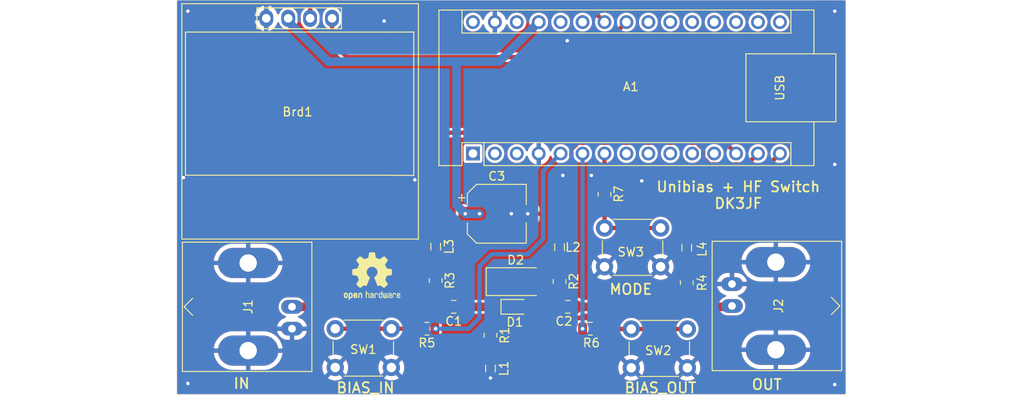
<source format=kicad_pcb>
(kicad_pcb (version 20240108) (generator "pcbnew") (generator_version "8.0")
  (layers (0 "F.Cu" signal) (31 "B.Cu" signal) (34 "B.Paste" user) (35 "F.Paste" user) (36 "B.SilkS" user "B.Silkscreen") (37 "F.SilkS" user "F.Silkscreen") (38 "B.Mask" user) (39 "F.Mask" user) (44 "Edge.Cuts" user))
  (net 0 "")
  (net 2 "Net-(A1-D12)")
  (net 4 "Net-(A1-D11)")
  (net 5 "GND")
  (net 6 "Net-(A1-D10)")
  (net 9 "Net-(A1-+5V)")
  (net 15 "Net-(A1-A5)")
  (net 17 "Net-(A1-A4)")
  (net 18 "Net-(A1-D4)")
  (net 20 "Net-(A1-D3)")
  (net 22 "Net-(A1-D2)")
  (net 30 "Net-(J1-In)")
  (net 31 "Net-(D1-K)")
  (net 32 "Net-(D1-A)")
  (net 33 "Net-(J2-In)")
  (net 34 "Net-(L1-Pad1)")
  (net 35 "Net-(L2-Pad2)")
  (net 36 "Net-(L3-Pad2)")
  (net 37 "Net-(L4-Pad2)")
  (net 38 "Net-(R5-Pad2)")
  (net 39 "Net-(R6-Pad2)")
  (net 40 "Net-(R7-Pad2)")
  (footprint "Diode_SMD:D_SOD-323" (layer "F.Cu") (at 159.8 96.52)
    (property "Reference" "D1" (at 0 1.778 0) (layer "F.SilkS"))
    (property "Value" "1SV307")
    (pad "1" smd roundrect (at -1.05 0) (size 0.6 0.45) (layers "F.Cu" "F.Paste" "F.Mask") (net 31 "Net-(D1-K)"))
    (pad "2" smd roundrect (at 1.05 0) (size 0.6 0.45) (layers "F.Cu" "F.Paste" "F.Mask") (net 32 "Net-(D1-A)"))
  )
  (footprint "Connector_Coaxial:BNC_Amphenol_B6252HB-NPP3G-50_Horizontal" (layer "F.Cu") (at 184.95 96.42 -90)
    (property "Reference" "J2" (at 0 -5.39 90) (layer "F.SilkS"))
    (property "Value" "BNC")
    (pad "1" thru_hole oval (at 0 0 270) (size 1.6 2.5) (drill 0.89) (layers "*.Cu" "*.Mask") (net 33 "Net-(J2-In)"))
    (pad "2" thru_hole oval (at -5.08 -5.08 270) (size 3.5 7) (drill 2.01) (layers "*.Cu" "*.Mask") (net 5 "GND"))
    (pad "2" thru_hole oval (at -2.54 0 270) (size 1.6 2.5) (drill 0.89) (layers "*.Cu" "*.Mask") (net 5 "GND"))
    (pad "2" thru_hole oval (at 5.08 -5.08 270) (size 3.5 7) (drill 2.01) (layers "*.Cu" "*.Mask") (net 5 "GND"))
  )
  (footprint "Inductor_SMD:L_0805_2012Metric" (layer "F.Cu") (at 156.972 103.6785 -90)
    (property "Reference" "L1" (at 0 -1.55 90) (layer "F.SilkS"))
    (property "Value" "47u")
    (pad "1" smd roundrect (at -1.0625 0 270) (size 0.875 1.2) (layers "F.Cu" "F.Paste" "F.Mask") (net 34 "Net-(L1-Pad1)"))
    (pad "2" smd roundrect (at 1.0625 0 270) (size 0.875 1.2) (layers "F.Cu" "F.Paste" "F.Mask") (net 5 "GND"))
  )
  (footprint "Capacitor_SMD:C_0805_2012Metric" (layer "F.Cu") (at 152.72 96.52 180)
    (property "Reference" "C1" (at 0 -1.68 0) (layer "F.SilkS"))
    (property "Value" "100n")
    (pad "1" smd roundrect (at -0.95 0 180) (size 1 1.45) (layers "F.Cu" "F.Paste" "F.Mask") (net 31 "Net-(D1-K)"))
    (pad "2" smd roundrect (at 0.95 0 180) (size 1 1.45) (layers "F.Cu" "F.Paste" "F.Mask") (net 30 "Net-(J1-In)"))
  )
  (footprint "Resistor_SMD:R_0805_2012Metric" (layer "F.Cu") (at 164.973 93.5755 -90)
    (property "Reference" "R2" (at 0 -1.65 90) (layer "F.SilkS"))
    (property "Value" "220")
    (pad "1" smd roundrect (at -0.9125 0 270) (size 1.025 1.4) (layers "F.Cu" "F.Paste" "F.Mask") (roundrect_rratio 0.243902) (net 35 "Net-(L2-Pad2)"))
    (pad "2" smd roundrect (at 0.9125 0 270) (size 1.025 1.4) (layers "F.Cu" "F.Paste" "F.Mask") (roundrect_rratio 0.243902) (net 32 "Net-(D1-A)"))
  )
  (footprint "Resistor_SMD:R_0805_2012Metric" (layer "F.Cu") (at 156.972 99.822 -90)
    (property "Reference" "R1" (at 0 -1.65 90) (layer "F.SilkS"))
    (property "Value" "220")
    (pad "1" smd roundrect (at -0.9125 0 270) (size 1.025 1.4) (layers "F.Cu" "F.Paste" "F.Mask") (roundrect_rratio 0.243902) (net 31 "Net-(D1-K)"))
    (pad "2" smd roundrect (at 0.9125 0 270) (size 1.025 1.4) (layers "F.Cu" "F.Paste" "F.Mask") (roundrect_rratio 0.243902) (net 34 "Net-(L1-Pad1)"))
  )
  (footprint "Capacitor_SMD:C_0805_2012Metric" (layer "F.Cu") (at 165.928 96.52 180)
    (property "Reference" "C2" (at 0.447 -1.68 0) (layer "F.SilkS"))
    (property "Value" "100n")
    (pad "1" smd roundrect (at -0.95 0 180) (size 1 1.45) (layers "F.Cu" "F.Paste" "F.Mask") (net 33 "Net-(J2-In)"))
    (pad "2" smd roundrect (at 0.95 0 180) (size 1 1.45) (layers "F.Cu" "F.Paste" "F.Mask") (net 32 "Net-(D1-A)"))
  )
  (footprint "Inductor_SMD:L_0805_2012Metric" (layer "F.Cu") (at 164.973 89.6155 -90)
    (property "Reference" "L2" (at 0 -1.55 180) (layer "F.SilkS"))
    (property "Value" "47u")
    (pad "1" smd roundrect (at -1.0625 0 270) (size 0.875 1.2) (layers "F.Cu" "F.Paste" "F.Mask") (net 4 "Net-(A1-D11)"))
    (pad "2" smd roundrect (at 1.0625 0 270) (size 0.875 1.2) (layers "F.Cu" "F.Paste" "F.Mask") (net 35 "Net-(L2-Pad2)"))
  )
  (footprint "Module:Arduino_Nano" (layer "F.Cu") (at 154.94 78.74 90)
    (property "Reference" "A1" (at 7.747 18.288 0) (layer "F.SilkS"))
    (property "Value" "Arduino_Nano_v3.x" (hide yes))
    (fp_text user "USB" (at 7.62 35.56 90) (layer "F.SilkS"))
    (pad "1" thru_hole rect (at 0 0 90) (size 1.6 1.6) (drill 1) (layers "*.Cu" "*.Mask"))
    (pad "2" thru_hole oval (at 0 2.54 90) (size 1.6 1.6) (drill 1) (layers "*.Cu" "*.Mask"))
    (pad "3" thru_hole oval (at 0 5.08 90) (size 1.6 1.6) (drill 1) (layers "*.Cu" "*.Mask"))
    (pad "4" thru_hole oval (at 0 7.62 90) (size 1.6 1.6) (drill 1) (layers "*.Cu" "*.Mask") (net 5 "GND"))
    (pad "5" thru_hole oval (at 0 10.16 90) (size 1.6 1.6) (drill 1) (layers "*.Cu" "*.Mask") (net 22 "Net-(A1-D2)"))
    (pad "6" thru_hole oval (at 0 12.7 90) (size 1.6 1.6) (drill 1) (layers "*.Cu" "*.Mask") (net 20 "Net-(A1-D3)"))
    (pad "7" thru_hole oval (at 0 15.24 90) (size 1.6 1.6) (drill 1) (layers "*.Cu" "*.Mask") (net 18 "Net-(A1-D4)"))
    (pad "8" thru_hole oval (at 0 17.78 90) (size 1.6 1.6) (drill 1) (layers "*.Cu" "*.Mask"))
    (pad "9" thru_hole oval (at 0 20.32 90) (size 1.6 1.6) (drill 1) (layers "*.Cu" "*.Mask"))
    (pad "10" thru_hole oval (at 0 22.86 90) (size 1.6 1.6) (drill 1) (layers "*.Cu" "*.Mask"))
    (pad "11" thru_hole oval (at 0 25.4 90) (size 1.6 1.6) (drill 1) (layers "*.Cu" "*.Mask"))
    (pad "12" thru_hole oval (at 0 27.94 90) (size 1.6 1.6) (drill 1) (layers "*.Cu" "*.Mask"))
    (pad "13" thru_hole oval (at 0 30.48 90) (size 1.6 1.6) (drill 1) (layers "*.Cu" "*.Mask") (net 6 "Net-(A1-D10)"))
    (pad "14" thru_hole oval (at 0 33.02 90) (size 1.6 1.6) (drill 1) (layers "*.Cu" "*.Mask") (net 4 "Net-(A1-D11)"))
    (pad "15" thru_hole oval (at 0 35.56 90) (size 1.6 1.6) (drill 1) (layers "*.Cu" "*.Mask") (net 2 "Net-(A1-D12)"))
    (pad "16" thru_hole oval (at 15.24 35.56 90) (size 1.6 1.6) (drill 1) (layers "*.Cu" "*.Mask"))
    (pad "17" thru_hole oval (at 15.24 33.02 90) (size 1.6 1.6) (drill 1) (layers "*.Cu" "*.Mask"))
    (pad "18" thru_hole oval (at 15.24 30.48 90) (size 1.6 1.6) (drill 1) (layers "*.Cu" "*.Mask"))
    (pad "19" thru_hole oval (at 15.24 27.94 90) (size 1.6 1.6) (drill 1) (layers "*.Cu" "*.Mask"))
    (pad "20" thru_hole oval (at 15.24 25.4 90) (size 1.6 1.6) (drill 1) (layers "*.Cu" "*.Mask"))
    (pad "21" thru_hole oval (at 15.24 22.86 90) (size 1.6 1.6) (drill 1) (layers "*.Cu" "*.Mask"))
    (pad "22" thru_hole oval (at 15.24 20.32 90) (size 1.6 1.6) (drill 1) (layers "*.Cu" "*.Mask"))
    (pad "23" thru_hole oval (at 15.24 17.78 90) (size 1.6 1.6) (drill 1) (layers "*.Cu" "*.Mask") (net 17 "Net-(A1-A4)"))
    (pad "24" thru_hole oval (at 15.24 15.24 90) (size 1.6 1.6) (drill 1) (layers "*.Cu" "*.Mask") (net 15 "Net-(A1-A5)"))
    (pad "25" thru_hole oval (at 15.24 12.7 90) (size 1.6 1.6) (drill 1) (layers "*.Cu" "*.Mask"))
    (pad "26" thru_hole oval (at 15.24 10.16 90) (size 1.6 1.6) (drill 1) (layers "*.Cu" "*.Mask"))
    (pad "27" thru_hole oval (at 15.24 7.62 90) (size 1.6 1.6) (drill 1) (layers "*.Cu" "*.Mask") (net 9 "Net-(A1-+5V)"))
    (pad "28" thru_hole oval (at 15.24 5.08 90) (size 1.6 1.6) (drill 1) (layers "*.Cu" "*.Mask"))
    (pad "29" thru_hole oval (at 15.24 2.54 90) (size 1.6 1.6) (drill 1) (layers "*.Cu" "*.Mask") (net 5 "GND"))
    (pad "30" thru_hole oval (at 15.24 0 90) (size 1.6 1.6) (drill 1) (layers "*.Cu" "*.Mask"))
  )
  (footprint "Connector_Coaxial:BNC_Amphenol_B6252HB-NPP3G-50_Horizontal" (layer "F.Cu") (at 133.98 96.52 90)
    (property "Reference" "J1" (at 0 -5.08 90) (layer "F.SilkS"))
    (property "Value" "BNC")
    (pad "1" thru_hole oval (at 0 0 90) (size 1.6 2.5) (drill 0.89) (layers "*.Cu" "*.Mask") (net 30 "Net-(J1-In)"))
    (pad "2" thru_hole oval (at -5.08 -5.08 90) (size 3.5 7) (drill 2.01) (layers "*.Cu" "*.Mask") (net 5 "GND"))
    (pad "2" thru_hole oval (at -2.54 0 90) (size 1.6 2.5) (drill 0.89) (layers "*.Cu" "*.Mask") (net 5 "GND"))
    (pad "2" thru_hole oval (at 5.08 -5.08 90) (size 3.5 7) (drill 2.01) (layers "*.Cu" "*.Mask") (net 5 "GND"))
  )
  (footprint "Inductor_SMD:L_0805_2012Metric" (layer "F.Cu") (at 150.622 89.535 -90)
    (property "Reference" "L3" (at 0 -1.55 90) (layer "F.SilkS"))
    (property "Value" "47u")
    (pad "1" smd roundrect (at -1.0625 0 270) (size 0.875 1.2) (layers "F.Cu" "F.Paste" "F.Mask") (net 6 "Net-(A1-D10)"))
    (pad "2" smd roundrect (at 1.0625 0 270) (size 0.875 1.2) (layers "F.Cu" "F.Paste" "F.Mask") (net 36 "Net-(L3-Pad2)"))
  )
  (footprint "Diode_SMD:D_MELF" (layer "F.Cu") (at 159.893 93.599)
    (property "Reference" "D2" (at 0 -2.5 0) (layer "F.SilkS"))
    (property "Value" "MA4P506")
    (pad "1" smd roundrect (at -2.4 0) (size 1.5 2.7) (layers "F.Cu" "F.Paste" "F.Mask") (roundrect_rratio 0.1666666667) (net 31 "Net-(D1-K)"))
    (pad "2" smd roundrect (at 2.4 0) (size 1.5 2.7) (layers "F.Cu" "F.Paste" "F.Mask") (roundrect_rratio 0.1666666667) (net 32 "Net-(D1-A)"))
  )
  (footprint "Button_Switch_THT:SW_PUSH_6mm" (layer "F.Cu") (at 179.78 103.596 180)
    (property "Reference" "SW2" (at 3.377 1.996 0) (layer "F.SilkS"))
    (property "Value" "SW_Push" (hide yes))
    (pad "1" thru_hole circle (at 0 0 270) (size 2 2) (drill 1.1) (layers "*.Cu" "*.Mask") (net 5 "GND"))
    (pad "1" thru_hole circle (at 6.5 0 270) (size 2 2) (drill 1.1) (layers "*.Cu" "*.Mask") (net 5 "GND"))
    (pad "2" thru_hole circle (at 0 4.5 270) (size 2 2) (drill 1.1) (layers "*.Cu" "*.Mask") (net 39 "Net-(R6-Pad2)"))
    (pad "2" thru_hole circle (at 6.5 4.5 270) (size 2 2) (drill 1.1) (layers "*.Cu" "*.Mask") (net 39 "Net-(R6-Pad2)"))
  )
  (footprint "Resistor_SMD:R_0805_2012Metric" (layer "F.Cu") (at 170.18 83.4625 -90)
    (property "Reference" "R7" (at -0.0235 -1.651 90) (layer "F.SilkS"))
    (property "Value" "10k")
    (pad "1" smd roundrect (at -0.9125 0 270) (size 1.025 1.4) (layers "F.Cu" "F.Paste" "F.Mask") (roundrect_rratio 0.243902) (net 18 "Net-(A1-D4)"))
    (pad "2" smd roundrect (at 0.9125 0 270) (size 1.025 1.4) (layers "F.Cu" "F.Paste" "F.Mask") (roundrect_rratio 0.243902) (net 40 "Net-(R7-Pad2)"))
  )
  (footprint "SSD1306:128x64OLED" (layer "F.Cu") (at 134.62 73.66)
    (property "Reference" "Brd1" (at 0 0.254 0) (layer "F.SilkS"))
    (property "Value" "SSD1306")
    (pad "1" thru_hole oval (at -3.62 -10.6 90) (size 2 1.6) (drill 1) (layers "*.Cu" "*.Mask") (net 5 "GND"))
    (pad "2" thru_hole oval (at -1.08 -10.6 90) (size 2 1.6) (drill 1) (layers "*.Cu" "*.Mask") (net 9 "Net-(A1-+5V)"))
    (pad "3" thru_hole oval (at 1.46 -10.6 90) (size 2 1.6) (drill 1) (layers "*.Cu" "*.Mask") (net 15 "Net-(A1-A5)"))
    (pad "4" thru_hole oval (at 4 -10.6 90) (size 2 1.6) (drill 1) (layers "*.Cu" "*.Mask") (net 17 "Net-(A1-A4)"))
  )
  (footprint "Button_Switch_THT:SW_PUSH_6mm" (layer "F.Cu") (at 145.49 103.56 180)
    (property "Reference" "SW1" (at 3.25 2.087 0) (layer "F.SilkS"))
    (property "Value" "SW_Push")
    (pad "1" thru_hole circle (at 0 0 270) (size 2 2) (drill 1.1) (layers "*.Cu" "*.Mask") (net 5 "GND"))
    (pad "1" thru_hole circle (at 6.5 0 270) (size 2 2) (drill 1.1) (layers "*.Cu" "*.Mask") (net 5 "GND"))
    (pad "2" thru_hole circle (at 0 4.5 270) (size 2 2) (drill 1.1) (layers "*.Cu" "*.Mask") (net 38 "Net-(R5-Pad2)"))
    (pad "2" thru_hole circle (at 6.5 4.5 270) (size 2 2) (drill 1.1) (layers "*.Cu" "*.Mask") (net 38 "Net-(R5-Pad2)"))
  )
  (footprint "Button_Switch_THT:SW_PUSH_6mm" (layer "F.Cu") (at 176.68 91.876 180)
    (property "Reference" "SW3" (at 3.452 1.706 0) (layer "F.SilkS"))
    (property "Value" "SW_Push")
    (pad "1" thru_hole circle (at 0 0 270) (size 2 2) (drill 1.1) (layers "*.Cu" "*.Mask") (net 5 "GND"))
    (pad "1" thru_hole circle (at 6.5 0 270) (size 2 2) (drill 1.1) (layers "*.Cu" "*.Mask") (net 5 "GND"))
    (pad "2" thru_hole circle (at 0 4.5 270) (size 2 2) (drill 1.1) (layers "*.Cu" "*.Mask") (net 40 "Net-(R7-Pad2)"))
    (pad "2" thru_hole circle (at 6.5 4.5 270) (size 2 2) (drill 1.1) (layers "*.Cu" "*.Mask") (net 40 "Net-(R7-Pad2)"))
  )
  (footprint "Resistor_SMD:R_0805_2012Metric" (layer "F.Cu") (at 179.705 93.726 -90)
    (property "Reference" "R4" (at 0 -1.778 90) (layer "F.SilkS"))
    (property "Value" "470")
    (pad "1" smd roundrect (at -0.9125 0 270) (size 1.025 1.4) (layers "F.Cu" "F.Paste" "F.Mask") (roundrect_rratio 0.243902) (net 37 "Net-(L4-Pad2)"))
    (pad "2" smd roundrect (at 0.9125 0 270) (size 1.025 1.4) (layers "F.Cu" "F.Paste" "F.Mask") (roundrect_rratio 0.243902) (net 33 "Net-(J2-In)"))
  )
  (footprint "Inductor_SMD:L_0805_2012Metric" (layer "F.Cu") (at 179.705 89.662 -90)
    (property "Reference" "L4" (at 0.1735 -1.778 90) (layer "F.SilkS"))
    (property "Value" "47u")
    (pad "1" smd roundrect (at -1.0625 0 270) (size 0.875 1.2) (layers "F.Cu" "F.Paste" "F.Mask") (net 2 "Net-(A1-D12)"))
    (pad "2" smd roundrect (at 1.0625 0 270) (size 0.875 1.2) (layers "F.Cu" "F.Paste" "F.Mask") (net 37 "Net-(L4-Pad2)"))
  )
  (footprint "Resistor_SMD:R_0805_2012Metric" (layer "F.Cu") (at 149.606 99.06 180)
    (property "Reference" "R5" (at 0 -1.65 0) (layer "F.SilkS"))
    (property "Value" "10k")
    (pad "1" smd roundrect (at -0.9125 0 180) (size 1.025 1.4) (layers "F.Cu" "F.Paste" "F.Mask") (roundrect_rratio 0.243902) (net 22 "Net-(A1-D2)"))
    (pad "2" smd roundrect (at 0.9125 0 180) (size 1.025 1.4) (layers "F.Cu" "F.Paste" "F.Mask") (roundrect_rratio 0.243902) (net 38 "Net-(R5-Pad2)"))
  )
  (footprint "Resistor_SMD:R_0805_2012Metric" (layer "F.Cu") (at 150.622 93.472 -90)
    (property "Reference" "R3" (at 0 -1.65 90) (layer "F.SilkS"))
    (property "Value" "470")
    (pad "1" smd roundrect (at -0.9125 0 270) (size 1.025 1.4) (layers "F.Cu" "F.Paste" "F.Mask") (roundrect_rratio 0.243902) (net 36 "Net-(L3-Pad2)"))
    (pad "2" smd roundrect (at 0.9125 0 270) (size 1.025 1.4) (layers "F.Cu" "F.Paste" "F.Mask") (roundrect_rratio 0.243902) (net 30 "Net-(J1-In)"))
  )
  (footprint "Capacitor_SMD:CP_Elec_6.3x7.7" (layer "F.Cu") (at 157.701 85.725)
    (property "Reference" "C3" (at 0 -4.35 0) (layer "F.SilkS"))
    (property "Value" "100uF")
    (pad "1" smd roundrect (at -2.7 0) (size 3.5 1.6) (layers "F.Cu" "F.Paste" "F.Mask") (roundrect_rratio 0.15625) (net 9 "Net-(A1-+5V)"))
    (pad "2" smd roundrect (at 2.7 0) (size 3.5 1.6) (layers "F.Cu" "F.Paste" "F.Mask") (roundrect_rratio 0.15625) (net 5 "GND"))
  )
  (footprint "Resistor_SMD:R_0805_2012Metric" (layer "F.Cu") (at 168.5525 99.06)
    (property "Reference" "R6" (at 0.1035 1.651 0) (layer "F.SilkS"))
    (property "Value" "10k")
    (pad "1" smd roundrect (at -0.9125 0) (size 1.025 1.4) (layers "F.Cu" "F.Paste" "F.Mask") (roundrect_rratio 0.243902) (net 20 "Net-(A1-D3)"))
    (pad "2" smd roundrect (at 0.9125 0) (size 1.025 1.4) (layers "F.Cu" "F.Paste" "F.Mask") (roundrect_rratio 0.243902) (net 39 "Net-(R6-Pad2)"))
  )
  (footprint "Symbol:OSHW-Logo2_7.3x6mm_SilkScreen" (layer "F.Cu") (at 143.256 92.964)
    (property "Reference" "REF**" (hide yes))
    (property "Value" "OSHW-Logo2_7.3x6mm_SilkScreen" (hide yes))
  )
  (gr_line (start 120.65 106.68) (end 120.65 60.96) (stroke (width 0.05)) (layer "Edge.Cuts"))
  (gr_line (start 198.12 106.68) (end 120.65 106.68) (stroke (width 0.05)) (layer "Edge.Cuts"))
  (gr_line (start 120.65 60.96) (end 198.12 60.96) (stroke (width 0.05)) (layer "Edge.Cuts"))
  (gr_line (start 198.12 60.96) (end 198.12 106.68) (stroke (width 0.05)) (layer "Edge.Cuts"))
  (gr_text "MODE" (at 173.228 94.488 0) (layer "F.SilkS") (effects (font (size 1.2 1.2) (thickness 0.2))))
  (gr_text "BIAS_IN" (at 142.494 105.918 0) (layer "F.SilkS") (effects (font (size 1.2 1.2) (thickness 0.2))))
  (gr_text "OUT" (at 188.976 105.537 0) (layer "F.SilkS") (effects (font (size 1.2 1.2) (thickness 0.2))))
  (gr_text "Unibias + HF Switch\nDK3JF" (at 185.674 83.566 0) (layer "F.SilkS") (effects (font (size 1.2 1.2) (thickness 0.2))))
  (gr_text "IN" (at 128.143 105.41 0) (layer "F.SilkS") (effects (font (size 1.2 1.2) (thickness 0.2))))
  (gr_text "BIAS_OUT" (at 176.657 105.918 0) (layer "F.SilkS") (effects (font (size 1.2 1.2) (thickness 0.2))))
  (segment (start 190.5 78.74) (end 180.6405 88.5995) (width 0.5) (layer "F.Cu") (net 2))
  (segment (start 180.6405 88.5995) (end 179.705 88.5995) (width 0.5) (layer "F.Cu") (net 2))
  (segment (start 181.61 79.237767) (end 182.382233 80.01) (width 0.5) (layer "F.Cu") (net 4))
  (segment (start 164.973 88.553) (end 166.35 87.176) (width 0.5) (layer "F.Cu") (net 4))
  (segment (start 181.61 78.232) (end 181.61 79.237767) (width 0.5) (layer "F.Cu") (net 4))
  (segment (start 180.868 77.49) (end 181.61 78.232) (width 0.5) (layer "F.Cu") (net 4))
  (segment (start 167.112 77.49) (end 180.868 77.49) (width 0.5) (layer "F.Cu") (net 4))
  (segment (start 166.35 87.176) (end 166.35 78.252) (width 0.5) (layer "F.Cu") (net 4))
  (segment (start 166.35 78.252) (end 167.112 77.49) (width 0.5) (layer "F.Cu") (net 4))
  (segment (start 186.69 80.01) (end 187.96 78.74) (width 0.5) (layer "F.Cu") (net 4))
  (segment (start 182.382233 80.01) (end 186.69 80.01) (width 0.5) (layer "F.Cu") (net 4))
  (via (at 161.29 85.725) (size 0.8) (drill 0.4) (layers "F.Cu" "B.Cu") (net 5))
  (via (at 196.85 80.01) (size 0.8) (drill 0.4) (layers "F.Cu" "B.Cu") (net 5))
  (via (at 121.92 105.41) (size 0.8) (drill 0.4) (layers "F.Cu" "B.Cu") (net 5))
  (via (at 148.209 81.788) (size 0.8) (drill 0.4) (layers "F.Cu" "B.Cu") (net 5))
  (via (at 121.92 62.23) (size 0.8) (drill 0.4) (layers "F.Cu" "B.Cu") (net 5))
  (via (at 156.972 104.775) (size 0.8) (drill 0.4) (layers "F.Cu" "B.Cu") (net 5))
  (via (at 174.498 81.915) (size 0.8) (drill 0.4) (layers "F.Cu" "B.Cu") (net 5))
  (via (at 168.656 81.28) (size 0.8) (drill 0.4) (layers "F.Cu" "B.Cu") (net 5))
  (via (at 159.385 85.725) (size 0.8) (drill 0.4) (layers "F.Cu" "B.Cu") (net 5))
  (via (at 144.653 63.373) (size 0.8) (drill 0.4) (layers "F.Cu" "B.Cu") (net 5))
  (via (at 196.85 105.537) (size 0.8) (drill 0.4) (layers "F.Cu" "B.Cu") (net 5))
  (via (at 196.85 62.23) (size 0.8) (drill 0.4) (layers "F.Cu" "B.Cu") (net 5))
  (via (at 121.412 81.534) (size 0.8) (drill 0.4) (layers "F.Cu" "B.Cu") (net 5))
  (via (at 165.862 65.659) (size 0.8) (drill 0.4) (layers "F.Cu" "B.Cu") (net 5))
  (via (at 165.354 81.28) (size 0.8) (drill 0.4) (layers "F.Cu" "B.Cu") (net 5))
  (segment (start 150.622 88.4725) (end 150.622 77.724) (width 0.5) (layer "F.Cu") (net 6))
  (segment (start 152.019 76.327) (end 183.007 76.327) (width 0.5) (layer "F.Cu") (net 6))
  (segment (start 150.622 77.724) (end 152.019 76.327) (width 0.5) (layer "F.Cu") (net 6))
  (segment (start 183.007 76.327) (end 185.42 78.74) (width 0.5) (layer "F.Cu") (net 6))
  (via (at 155.702 85.725) (size 0.8) (drill 0.4) (layers "F.Cu" "B.Cu") (net 9))
  (via (at 154.051 85.725) (size 0.8) (drill 0.4) (layers "F.Cu" "B.Cu") (net 9))
  (segment (start 151.257 68.072) (end 153.035 68.072) (width 1) (layer "B.Cu") (net 9))
  (segment (start 154.051 85.725) (end 155.702 85.725) (width 1) (layer "B.Cu") (net 9))
  (segment (start 153.035 84.709) (end 153.035 68.072) (width 1) (layer "B.Cu") (net 9))
  (segment (start 157.988 68.072) (end 162.56 63.5) (width 1) (layer "B.Cu") (net 9))
  (segment (start 133.54 63.06) (end 133.54 63.436) (width 0.5) (layer "B.Cu") (net 9))
  (segment (start 154.051 85.725) (end 153.035 84.709) (width 1) (layer "B.Cu") (net 9))
  (segment (start 153.035 68.072) (end 157.988 68.072) (width 1) (layer "B.Cu") (net 9))
  (segment (start 138.176 68.072) (end 151.257 68.072) (width 1) (layer "B.Cu") (net 9))
  (segment (start 133.54 63.436) (end 138.176 68.072) (width 1) (layer "B.Cu") (net 9))
  (segment (start 136.08 63.06) (end 136.08 61.405) (width 0.5) (layer "F.Cu") (net 15))
  (segment (start 168.085 61.405) (end 170.18 63.5) (width 0.5) (layer "F.Cu") (net 15))
  (segment (start 136.08 61.405) (end 168.085 61.405) (width 0.5) (layer "F.Cu") (net 15))
  (segment (start 168.656 67.564) (end 172.72 63.5) (width 0.5) (layer "F.Cu") (net 17))
  (segment (start 138.62 63.06) (end 138.62 65.849) (width 0.5) (layer "F.Cu") (net 17))
  (segment (start 138.62 65.849) (end 140.335 67.564) (width 0.5) (layer "F.Cu") (net 17))
  (segment (start 140.335 67.564) (end 168.656 67.564) (width 0.5) (layer "F.Cu") (net 17))
  (segment (start 170.18 82.55) (end 170.18 78.74) (width 0.5) (layer "F.Cu") (net 18))
  (via (at 167.64 99.06) (size 0.8) (drill 0.4) (layers "F.Cu" "B.Cu") (net 20))
  (segment (start 167.64 99.06) (end 167.64 78.74) (width 0.5) (layer "B.Cu") (net 20))
  (via (at 150.622 99.06) (size 0.8) (drill 0.4) (layers "F.Cu" "B.Cu") (net 22))
  (segment (start 163.068 88.646) (end 163.068 80.772) (width 0.5) (layer "B.Cu") (net 22))
  (segment (start 150.622 99.06) (end 154.432 99.06) (width 0.5) (layer "B.Cu") (net 22))
  (segment (start 155.702 97.79) (end 155.702 91.821) (width 0.5) (layer "B.Cu") (net 22))
  (segment (start 154.432 99.06) (end 155.702 97.79) (width 0.5) (layer "B.Cu") (net 22))
  (segment (start 161.29 90.424) (end 163.068 88.646) (width 0.5) (layer "B.Cu") (net 22))
  (segment (start 163.068 80.772) (end 165.1 78.74) (width 0.5) (layer "B.Cu") (net 22))
  (segment (start 155.702 91.821) (end 157.099 90.424) (width 0.5) (layer "B.Cu") (net 22))
  (segment (start 157.099 90.424) (end 161.29 90.424) (width 0.5) (layer "B.Cu") (net 22))
  (segment (start 150.622 94.3845) (end 150.622 96.52) (width 0.5) (layer "F.Cu") (net 30))
  (segment (start 150.622 96.52) (end 151.77 96.52) (width 1) (layer "F.Cu") (net 30))
  (segment (start 133.35 96.52) (end 150.622 96.52) (width 1) (layer "F.Cu") (net 30))
  (segment (start 156.972 98.9095) (end 156.972 96.52) (width 0.5) (layer "F.Cu") (net 31))
  (segment (start 157.493 93.599) (end 157.493 96.507) (width 1) (layer "F.Cu") (net 31))
  (segment (start 156.972 96.52) (end 153.67 96.52) (width 1) (layer "F.Cu") (net 31))
  (segment (start 157.48 96.52) (end 156.972 96.52) (width 1) (layer "F.Cu") (net 31))
  (segment (start 158.75 96.52) (end 157.48 96.52) (width 1) (layer "F.Cu") (net 31))
  (segment (start 157.493 96.507) (end 157.48 96.52) (width 0.5) (layer "F.Cu") (net 31))
  (segment (start 164.973 96.515) (end 164.978 96.52) (width 0.5) (layer "F.Cu") (net 32))
  (segment (start 162.293 96.507) (end 162.306 96.52) (width 0.5) (layer "F.Cu") (net 32))
  (segment (start 162.293 93.599) (end 162.293 96.507) (width 1) (layer "F.Cu") (net 32))
  (segment (start 164.978 96.52) (end 162.306 96.52) (width 1) (layer "F.Cu") (net 32))
  (segment (start 162.306 96.52) (end 160.85 96.52) (width 1) (layer "F.Cu") (net 32))
  (segment (start 164.973 94.488) (end 164.973 96.515) (width 0.5) (layer "F.Cu") (net 32))
  (segment (start 179.705 94.6385) (end 179.705 96.393) (width 0.5) (layer "F.Cu") (net 33))
  (segment (start 184.85 96.52) (end 184.95 96.42) (width 0.5) (layer "F.Cu") (net 33))
  (segment (start 166.878 96.52) (end 179.578 96.52) (width 1) (layer "F.Cu") (net 33))
  (segment (start 179.705 96.393) (end 179.578 96.52) (width 0.5) (layer "F.Cu") (net 33))
  (segment (start 179.578 96.52) (end 184.85 96.52) (width 1) (layer "F.Cu") (net 33))
  (segment (start 156.972 100.7345) (end 156.972 102.616) (width 0.5) (layer "F.Cu") (net 34))
  (segment (start 164.973 90.678) (end 164.973 92.663) (width 0.5) (layer "F.Cu") (net 35))
  (segment (start 150.622 90.5975) (end 150.622 92.5595) (width 0.5) (layer "F.Cu") (net 36))
  (segment (start 179.705 90.7245) (end 179.705 92.8135) (width 0.5) (layer "F.Cu") (net 37))
  (segment (start 138.99 99.06) (end 145.49 99.06) (width 0.5) (layer "F.Cu") (net 38))
  (segment (start 145.49 99.06) (end 148.6935 99.06) (width 0.5) (layer "F.Cu") (net 38))
  (segment (start 173.28 99.096) (end 169.501 99.096) (width 0.5) (layer "F.Cu") (net 39))
  (segment (start 169.501 99.096) (end 169.465 99.06) (width 0.5) (layer "F.Cu") (net 39))
  (segment (start 179.78 99.096) (end 173.28 99.096) (width 0.5) (layer "F.Cu") (net 39))
  (segment (start 176.68 87.376) (end 170.18 87.376) (width 0.5) (layer "F.Cu") (net 40))
  (segment (start 170.18 87.376) (end 170.18 84.375) (width 0.5) (layer "F.Cu") (net 40))
  (zone (net 5) (net_name "GND") (layers "F&B.Cu") (connect_pads (clearance 0.3)) (min_thickness 0.25) (fill yes (thermal_gap 0.5) (thermal_bridge_width 0.5))
    (polygon (pts (xy 120.65 60.96) (xy 198.12 60.96) (xy 198.12 106.68) (xy 120.65 106.68)))
  )
)
</source>
